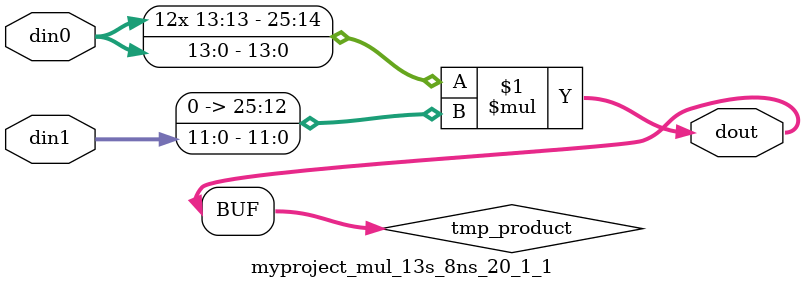
<source format=v>

`timescale 1 ns / 1 ps

 module myproject_mul_13s_8ns_20_1_1(din0, din1, dout);
parameter ID = 1;
parameter NUM_STAGE = 0;
parameter din0_WIDTH = 14;
parameter din1_WIDTH = 12;
parameter dout_WIDTH = 26;

input [din0_WIDTH - 1 : 0] din0; 
input [din1_WIDTH - 1 : 0] din1; 
output [dout_WIDTH - 1 : 0] dout;

wire signed [dout_WIDTH - 1 : 0] tmp_product;


























assign tmp_product = $signed(din0) * $signed({1'b0, din1});









assign dout = tmp_product;





















endmodule

</source>
